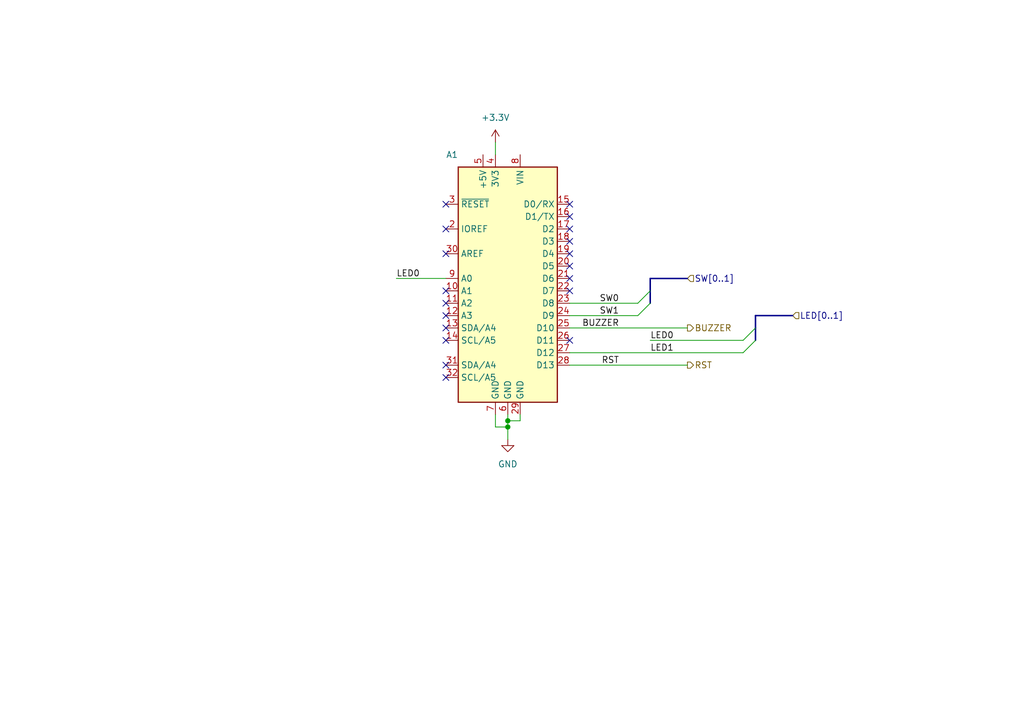
<source format=kicad_sch>
(kicad_sch (version 20211123) (generator eeschema)
  (paper "A5")
  (title_block (title "Simon automatique") (company "ARES"))
  (lib_symbols
    (symbol "MCU_Module:Arduino_UNO_R3"
      (property "Reference" "A" (at -10.16 23.495 0))
      (property "Value" "Arduino_UNO_R3" (at 5.08 -26.67 0))
      (symbol "Arduino_UNO_R3_0_1"
        (rectangle (start -10.16 22.86) (end 10.16 -25.4) (stroke (width 0.254)) (fill (type background)))
      )
      (symbol "Arduino_UNO_R3_1_1"
        (pin no_connect line (at -10.16 -20.32 0) (length 2.54) hide (name "NC") (number "1"))
        (pin bidirectional line (at 12.7 -2.54 180) (length 2.54) (name "A1") (number "10"))
        (pin bidirectional line (at 12.7 -5.08 180) (length 2.54) (name "A2") (number "11"))
        (pin bidirectional line (at 12.7 -7.62 180) (length 2.54) (name "A3") (number "12"))
        (pin bidirectional line (at 12.7 -10.16 180) (length 2.54) (name "SDA/A4") (number "13"))
        (pin bidirectional line (at 12.7 -12.7 180) (length 2.54) (name "SCL/A5") (number "14"))
        (pin bidirectional line (at -12.7 15.24 0) (length 2.54) (name "D0/RX") (number "15"))
        (pin bidirectional line (at -12.7 12.7 0) (length 2.54) (name "D1/TX") (number "16"))
        (pin bidirectional line (at -12.7 10.16 0) (length 2.54) (name "D2") (number "17"))
        (pin bidirectional line (at -12.7 7.62 0) (length 2.54) (name "D3") (number "18"))
        (pin bidirectional line (at -12.7 5.08 0) (length 2.54) (name "D4") (number "19"))
        (pin output line (at 12.7 10.16 180) (length 2.54) (name "IOREF") (number "2"))
        (pin bidirectional line (at -12.7 2.54 0) (length 2.54) (name "D5") (number "20"))
        (pin bidirectional line (at -12.7 0 0) (length 2.54) (name "D6") (number "21"))
        (pin bidirectional line (at -12.7 -2.54 0) (length 2.54) (name "D7") (number "22"))
        (pin bidirectional line (at -12.7 -5.08 0) (length 2.54) (name "D8") (number "23"))
        (pin bidirectional line (at -12.7 -7.62 0) (length 2.54) (name "D9") (number "24"))
        (pin bidirectional line (at -12.7 -10.16 0) (length 2.54) (name "D10") (number "25"))
        (pin bidirectional line (at -12.7 -12.7 0) (length 2.54) (name "D11") (number "26"))
        (pin bidirectional line (at -12.7 -15.24 0) (length 2.54) (name "D12") (number "27"))
        (pin bidirectional line (at -12.7 -17.78 0) (length 2.54) (name "D13") (number "28"))
        (pin power_in line (at -2.54 -27.94 90) (length 2.54) (name "GND") (number "29"))
        (pin input line (at 12.7 15.24 180) (length 2.54) (name "~{RESET}") (number "3"))
        (pin input line (at 12.7 5.08 180) (length 2.54) (name "AREF") (number "30"))
        (pin bidirectional line (at 12.7 -17.78 180) (length 2.54) (name "SDA/A4") (number "31"))
        (pin bidirectional line (at 12.7 -20.32 180) (length 2.54) (name "SCL/A5") (number "32"))
        (pin power_out line (at 2.54 25.4 270) (length 2.54) (name "3V3") (number "4"))
        (pin power_out line (at 5.08 25.4 270) (length 2.54) (name "+5V") (number "5"))
        (pin power_in line (at 0 -27.94 90) (length 2.54) (name "GND") (number "6"))
        (pin power_in line (at 2.54 -27.94 90) (length 2.54) (name "GND") (number "7"))
        (pin power_in line (at -2.54 25.4 270) (length 2.54) (name "VIN") (number "8"))
        (pin bidirectional line (at 12.7 0 180) (length 2.54) (name "A0") (number "9"))
      )
    )
    (symbol "power:+3.3V" (power) (pin_names (offset 0))
      (property "Value" "+3.3V" (at 0 3.556 0))
      (symbol "+3.3V_0_1"
        (polyline (pts (xy -0.762 1.27) (xy 0 2.54)))
        (polyline (pts (xy 0 0) (xy 0 2.54)))
        (polyline (pts (xy 0 2.54) (xy 0.762 1.27)))
      )
      (symbol "+3.3V_1_1"
        (pin power_in line (at 0 0 90) (length 0) hide (name "+3.3V") (number "1"))
      )
    )
    (symbol "power:GND" (power) (pin_names (offset 0))
      (property "Value" "GND" (at 0 -3.81 0))
      (symbol "GND_0_1"
        (polyline (pts (xy 0 0) (xy 0 -1.27) (xy 1.27 -1.27) (xy 0 -2.54) (xy -1.27 -1.27) (xy 0 -1.27)))
      )
      (symbol "GND_1_1"
        (pin power_in line (at 0 0 270) (length 0) hide (name "GND") (number "1"))
      )
    )
  )
  (junction (at 104.14 87.63))
  (junction (at 104.14 86.36))
  (no_connect (at 116.84 46.99))
  (no_connect (at 116.84 59.69))
  (no_connect (at 91.44 69.85))
  (no_connect (at 116.84 44.45))
  (no_connect (at 91.44 41.91))
  (no_connect (at 91.44 46.99))
  (no_connect (at 91.44 62.23))
  (no_connect (at 116.84 54.61))
  (no_connect (at 91.44 52.07))
  (no_connect (at 91.44 77.47))
  (no_connect (at 91.44 64.77))
  (no_connect (at 91.44 74.93))
  (no_connect (at 116.84 41.91))
  (no_connect (at 91.44 67.31))
  (no_connect (at 116.84 52.07))
  (no_connect (at 116.84 57.15))
  (no_connect (at 116.84 69.85))
  (no_connect (at 116.84 49.53))
  (no_connect (at 91.44 59.69))
  (bus_entry (at 133.35 59.69) (size -2.54 2.54))
  (bus_entry (at 154.94 67.31) (size -2.54 2.54))
  (bus_entry (at 133.35 62.23) (size -2.54 2.54))
  (bus_entry (at 154.94 69.85) (size -2.54 2.54))
  (bus (pts (xy 133.35 59.69) (xy 133.35 57.15)))
  (bus (pts (xy 154.94 64.77) (xy 162.56 64.77)))
  (bus (pts (xy 133.35 62.23) (xy 133.35 59.69)))
  (wire (pts (xy 130.81 62.23) (xy 116.84 62.23)))
  (wire (pts (xy 101.6 29.21) (xy 101.6 31.75)))
  (wire (pts (xy 104.14 87.63) (xy 104.14 90.17)))
  (bus (pts (xy 140.97 57.15) (xy 133.35 57.15)))
  (wire (pts (xy 116.84 67.31) (xy 140.97 67.31)))
  (wire (pts (xy 104.14 87.63) (xy 101.6 87.63)))
  (wire (pts (xy 104.14 85.09) (xy 104.14 86.36)))
  (bus (pts (xy 154.94 67.31) (xy 154.94 69.85)))
  (wire (pts (xy 133.35 69.85) (xy 152.4 69.85)))
  (wire (pts (xy 104.14 86.36) (xy 104.14 87.63)))
  (wire (pts (xy 140.97 74.93) (xy 116.84 74.93)))
  (wire (pts (xy 130.81 64.77) (xy 116.84 64.77)))
  (bus (pts (xy 154.94 67.31) (xy 154.94 64.77)))
  (wire (pts (xy 101.6 85.09) (xy 101.6 87.63)))
  (wire (pts (xy 81.28 57.15) (xy 91.44 57.15)))
  (wire (pts (xy 116.84 72.39) (xy 152.4 72.39)))
  (wire (pts (xy 106.68 85.09) (xy 106.68 86.36)))
  (wire (pts (xy 106.68 86.36) (xy 104.14 86.36)))
  (label "LED1" (at 133.35 72.39 0))
  (label "RST" (at 127 74.93 180))
  (label "BUZZER" (at 127 67.31 180))
  (label "LED0" (at 133.35 69.85 0))
  (label "SW0" (at 127 62.23 180))
  (label "SW1" (at 127 64.77 180))
  (label "LED0" (at 81.28 57.15 0))
  (hierarchical_label "SW[0..1]" (shape input) (at 140.97 57.15 0))
  (hierarchical_label "RST" (shape output) (at 140.97 74.93 0))
  (hierarchical_label "BUZZER" (shape output) (at 140.97 67.31 0))
  (hierarchical_label "LED[0..1]" (shape input) (at 162.56 64.77 0))
  (symbol (lib_id "MCU_Module:Arduino_UNO_R3") (at 104.14 57.15 0) (mirror y) (unit 1)
    (property "Reference" "A1" (at 93.98 31.75 0) (effects (justify left)))
    (property "Value" "Arduino_UNO_R3" (effects hide))
    (property "Footprint" "Module:Arduino_UNO_R3" (effects hide))
    (property "Datasheet" "https://www.arduino.cc/en/Main/arduinoBoardUno" (effects hide))
  )
  (symbol (lib_id "power:+3.3V") (at 101.6 29.21 0) (mirror y) (unit 1)
    (property "Reference" "#PWR016" (effects hide))
    (property "Value" "+3.3V" (at 101.6 24.13 0))
  )
  (symbol (lib_id "power:GND") (at 104.14 90.17 0) (mirror y) (unit 1)
    (property "Reference" "#PWR017" (effects hide))
    (property "Value" "GND" (at 104.14 95.25 0))
  )
)
</source>
